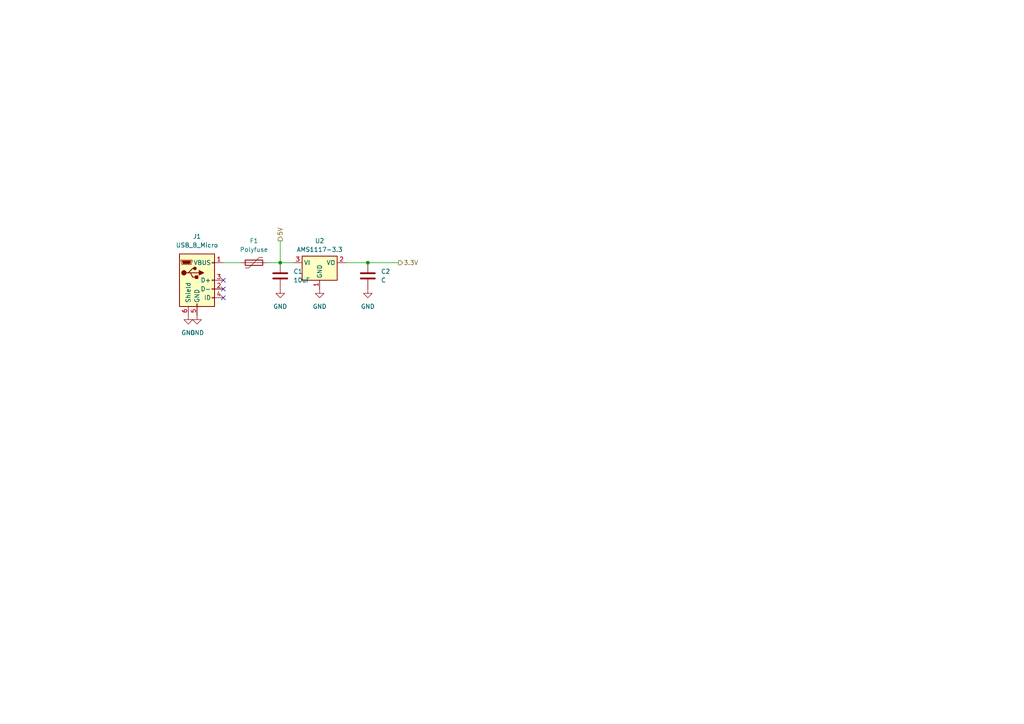
<source format=kicad_sch>
(kicad_sch (version 20250114) (generator "eeschema") (generator_version "9.0")
  (paper "A4")
  (lib_symbols
    (symbol "Connector:USB_B_Micro" (pin_names (offset 1.016))
      (property "Reference" "J" (at -5.08 11.43 0))
      (property "Value" "USB_B_Micro" (at -5.08 8.89 0))
      (symbol "USB_B_Micro_0_1"
        (rectangle (start -5.08 -7.62) (end 5.08 7.62) (stroke (width 0.254)) (fill (type background)))
        (polyline (pts (xy -4.699 5.842) (xy -4.699 5.588) (xy -4.445 4.826) (xy -4.445 4.572) (xy -1.651 4.572) (xy -1.651 4.826) (xy -1.397 5.588) (xy -1.397 5.842) (xy -4.699 5.842)))
        (polyline (pts (xy -4.318 5.588) (xy -1.778 5.588) (xy -2.032 4.826) (xy -4.064 4.826) (xy -4.318 5.588)) (fill (type outline)))
        (circle (center -3.81 2.159) (radius 0.635) (stroke (width 0.254)) (fill (type outline)))
        (polyline (pts (xy -3.175 2.159) (xy -2.54 2.159) (xy -1.27 3.429) (xy -0.635 3.429)) (stroke (width 0.254)))
        (polyline (pts (xy -2.54 2.159) (xy -1.905 2.159) (xy -1.27 0.889) (xy 0 0.889)) (stroke (width 0.254)))
        (polyline (pts (xy -1.905 2.159) (xy 0.635 2.159)) (stroke (width 0.254)))
        (circle (center -0.635 3.429) (radius 0.381) (stroke (width 0.254)) (fill (type outline)))
        (rectangle (start -0.127 -7.62) (end 0.127 -6.858))
        (rectangle (start 0.254 1.27) (end -0.508 0.508) (stroke (width 0.254)) (fill (type outline)))
        (polyline (pts (xy 0.635 2.794) (xy 0.635 1.524) (xy 1.905 2.159) (xy 0.635 2.794)) (stroke (width 0.254)) (fill (type outline)))
        (rectangle (start 5.08 4.953) (end 4.318 5.207))
        (rectangle (start 5.08 -0.127) (end 4.318 0.127))
        (rectangle (start 5.08 -2.667) (end 4.318 -2.413))
        (rectangle (start 5.08 -5.207) (end 4.318 -4.953))
      )
      (symbol "USB_B_Micro_1_1"
        (pin passive line (at -2.54 -10.16 90) (length 2.54) (name "Shield") (number "6"))
        (pin power_out line (at 0 -10.16 90) (length 2.54) (name "GND") (number "5"))
        (pin power_out line (at 7.62 5.08 180) (length 2.54) (name "VBUS") (number "1"))
        (pin bidirectional line (at 7.62 0 180) (length 2.54) (name "D+") (number "3"))
        (pin bidirectional line (at 7.62 -2.54 180) (length 2.54) (name "D-") (number "2"))
        (pin passive line (at 7.62 -5.08 180) (length 2.54) (name "ID") (number "4"))
      )
    )
    (symbol "Device:C" (pin_numbers (hide yes)) (pin_names (offset 0.254))
      (property "Reference" "C" (at 0.635 2.54 0))
      (property "Value" "C" (at 0.635 -2.54 0))
      (symbol "C_0_1"
        (polyline (pts (xy -2.032 0.762) (xy 2.032 0.762)) (stroke (width 0.508)))
        (polyline (pts (xy -2.032 -0.762) (xy 2.032 -0.762)) (stroke (width 0.508)))
      )
      (symbol "C_1_1"
        (pin passive line (at 0 3.81 270) (length 2.794) (name "~") (number "1"))
        (pin passive line (at 0 -3.81 90) (length 2.794) (name "~") (number "2"))
      )
    )
    (symbol "Device:Polyfuse" (pin_numbers (hide yes)) (pin_names (offset 0))
      (property "Reference" "F" (at -2.54 0 90))
      (property "Value" "Polyfuse" (at 2.54 0 90))
      (symbol "Polyfuse_0_1"
        (polyline (pts (xy -1.524 2.54) (xy -1.524 1.524) (xy 1.524 -1.524) (xy 1.524 -2.54)))
        (rectangle (start -0.762 2.54) (end 0.762 -2.54) (stroke (width 0.254)))
        (polyline (pts (xy 0 2.54) (xy 0 -2.54)))
      )
      (symbol "Polyfuse_1_1"
        (pin passive line (at 0 3.81 270) (length 1.27) (name "~") (number "1"))
        (pin passive line (at 0 -3.81 90) (length 1.27) (name "~") (number "2"))
      )
    )
    (symbol "Regulator_Linear:AMS1117-3.3"
      (property "Reference" "U" (at -3.81 3.175 0))
      (property "Value" "AMS1117-3.3" (at 0 3.175 0))
      (symbol "AMS1117-3.3_0_1"
        (rectangle (start -5.08 -5.08) (end 5.08 1.905) (stroke (width 0.254)) (fill (type background)))
      )
      (symbol "AMS1117-3.3_1_1"
        (pin power_in line (at -7.62 0 0) (length 2.54) (name "VI") (number "3"))
        (pin power_in line (at 0 -7.62 90) (length 2.54) (name "GND") (number "1"))
        (pin power_out line (at 7.62 0 180) (length 2.54) (name "VO") (number "2"))
      )
    )
    (symbol "power:GND" (power) (pin_numbers (hide yes)) (pin_names (offset 0) (hide yes))
      (property "Value" "GND" (at 0 -3.81 0))
      (symbol "GND_0_1"
        (polyline (pts (xy 0 0) (xy 0 -1.27) (xy 1.27 -1.27) (xy 0 -2.54) (xy -1.27 -1.27) (xy 0 -1.27)))
      )
      (symbol "GND_1_1"
        (pin power_in line (at 0 0 270) (length 0) (name "~") (number "1"))
      )
    )
  )
  (junction (at 106.68 76.2))
  (junction (at 81.28 76.2))
  (no_connect (at 64.77 83.82))
  (no_connect (at 64.77 81.28))
  (no_connect (at 64.77 86.36))
  (wire (pts (xy 64.77 76.2) (xy 69.85 76.2)))
  (wire (pts (xy 77.47 76.2) (xy 81.28 76.2)))
  (wire (pts (xy 106.68 76.2) (xy 115.57 76.2)))
  (wire (pts (xy 81.28 69.85) (xy 81.28 76.2)))
  (wire (pts (xy 81.28 76.2) (xy 85.09 76.2)))
  (wire (pts (xy 100.33 76.2) (xy 106.68 76.2)))
  (hierarchical_label "5V" (shape output) (at 81.28 69.85 90))
  (hierarchical_label "3.3V" (shape output) (at 115.57 76.2 0))
  (symbol (lib_id "Device:C") (at 106.68 80.01 0) (unit 1)
    (property "Reference" "C2" (at 110.49 78.7399 0) (effects (justify left)))
    (property "Value" "C" (at 110.49 81.2799 0) (effects (justify left)))
    (property "Description" "Unpolarized capacitor" (effects (hide yes)))
  )
  (symbol (lib_id "power:GND") (at 81.28 83.82 0) (unit 1)
    (property "Reference" "#PWR03" (effects (hide yes)))
    (property "Value" "GND" (at 81.28 88.9 0))
    (property "Description" "Power symbol creates a global label with name \"GND\" , ground" (effects (hide yes)))
  )
  (symbol (lib_id "Device:Polyfuse") (at 73.66 76.2 90) (unit 1)
    (property "Reference" "F1" (at 73.66 69.85 90))
    (property "Value" "Polyfuse" (at 73.66 72.39 90))
    (property "Description" "Resettable fuse, polymeric positive temperature coefficient" (effects (hide yes)))
  )
  (symbol (lib_id "power:GND") (at 106.68 83.82 0) (unit 1)
    (property "Reference" "#PWR05" (effects (hide yes)))
    (property "Value" "GND" (at 106.68 88.9 0))
    (property "Description" "Power symbol creates a global label with name \"GND\" , ground" (effects (hide yes)))
  )
  (symbol (lib_id "power:GND") (at 57.15 91.44 0) (unit 1)
    (property "Reference" "#PWR02" (effects (hide yes)))
    (property "Value" "GND" (at 57.15 96.52 0))
    (property "Description" "Power symbol creates a global label with name \"GND\" , ground" (effects (hide yes)))
  )
  (symbol (lib_id "power:GND") (at 92.71 83.82 0) (unit 1)
    (property "Reference" "#PWR04" (effects (hide yes)))
    (property "Value" "GND" (at 92.71 88.9 0))
    (property "Description" "Power symbol creates a global label with name \"GND\" , ground" (effects (hide yes)))
  )
  (symbol (lib_id "Device:C") (at 81.28 80.01 0) (unit 1)
    (property "Reference" "C1" (at 85.09 78.7399 0) (effects (justify left)))
    (property "Value" "10uF" (at 85.09 81.2799 0) (effects (justify left)))
    (property "Description" "Unpolarized capacitor" (effects (hide yes)))
  )
  (symbol (lib_id "power:GND") (at 54.61 91.44 0) (unit 1)
    (property "Reference" "#PWR01" (effects (hide yes)))
    (property "Value" "GND" (at 54.61 96.52 0))
    (property "Description" "Power symbol creates a global label with name \"GND\" , ground" (effects (hide yes)))
  )
  (symbol (lib_id "Regulator_Linear:AMS1117-3.3") (at 92.71 76.2 0) (unit 1)
    (property "Reference" "U2" (at 92.71 69.85 0))
    (property "Value" "AMS1117-3.3" (at 92.71 72.39 0))
    (property "Footprint" "Package_TO_SOT_SMD:SOT-223-3_TabPin2" (effects (hide yes)))
    (property "Datasheet" "http://www.advanced-monolithic.com/pdf/ds1117.pdf" (effects (hide yes)))
    (property "Description" "1A Low Dropout regulator, positive, 3.3V fixed output, SOT-223" (effects (hide yes)))
  )
  (symbol (lib_id "Connector:USB_B_Micro") (at 57.15 81.28 0) (unit 1)
    (property "Reference" "J1" (at 57.15 68.58 0))
    (property "Value" "USB_B_Micro" (at 57.15 71.12 0))
    (property "Description" "USB Micro Type B connector" (effects (hide yes)))
  )
)
</source>
